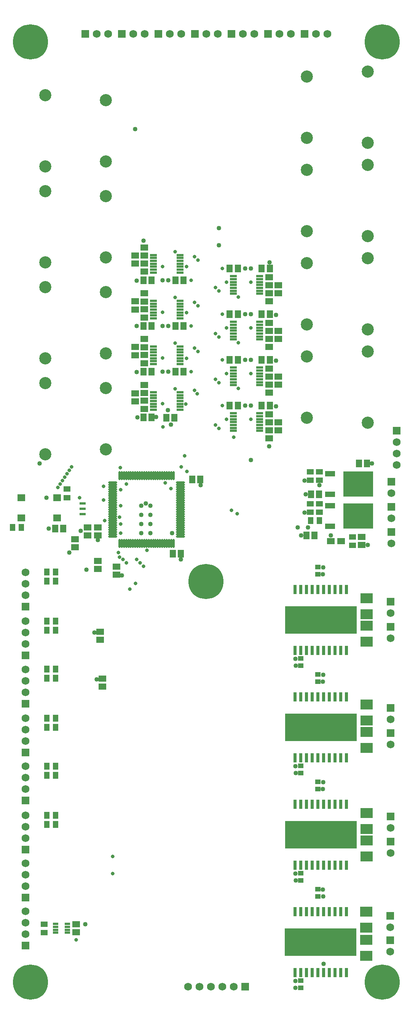
<source format=gts>
G04*
G04 #@! TF.GenerationSoftware,Altium Limited,Altium Designer,19.0.14 (431)*
G04*
G04 Layer_Color=8388736*
%FSLAX25Y25*%
%MOIN*%
G70*
G01*
G75*
%ADD20R,0.06312X0.02178*%
%ADD21R,0.04737X0.04343*%
%ADD22R,0.05328X0.06509*%
%ADD23R,0.04934X0.06312*%
%ADD24R,0.06902X0.05918*%
%ADD25R,0.26391X0.22453*%
%ADD26R,0.09068X0.04540*%
%ADD27R,0.05131X0.02375*%
%ADD28R,0.05524X0.02375*%
%ADD29R,0.10642X0.08674*%
%ADD30R,0.63000X0.24400*%
%ADD31R,0.02500X0.08300*%
%ADD32R,0.06800X0.05800*%
%ADD33R,0.06312X0.04934*%
%ADD34R,0.06509X0.05328*%
%ADD35O,0.01981X0.07887*%
%ADD36O,0.07887X0.01981*%
%ADD37C,0.06800*%
%ADD38R,0.06800X0.06800*%
%ADD39R,0.06800X0.06800*%
%ADD40C,0.30800*%
%ADD41C,0.10642*%
%ADD42C,0.04000*%
%ADD43C,0.03300*%
D20*
X151909Y537260D02*
D03*
Y534701D02*
D03*
Y532142D02*
D03*
Y529583D02*
D03*
Y527024D02*
D03*
Y524465D02*
D03*
Y521906D02*
D03*
X128681Y521906D02*
D03*
Y524465D02*
D03*
Y527024D02*
D03*
Y529583D02*
D03*
Y532142D02*
D03*
Y534701D02*
D03*
Y537260D02*
D03*
Y577260D02*
D03*
Y574701D02*
D03*
Y572142D02*
D03*
Y569583D02*
D03*
Y567024D02*
D03*
Y564465D02*
D03*
Y561905D02*
D03*
X151909Y561905D02*
D03*
Y564465D02*
D03*
Y567024D02*
D03*
Y569583D02*
D03*
Y572142D02*
D03*
Y574701D02*
D03*
Y577260D02*
D03*
Y617260D02*
D03*
Y614701D02*
D03*
Y612142D02*
D03*
Y609583D02*
D03*
Y607024D02*
D03*
Y604465D02*
D03*
Y601905D02*
D03*
X128681Y601905D02*
D03*
Y604465D02*
D03*
Y607024D02*
D03*
Y609583D02*
D03*
Y612142D02*
D03*
Y614701D02*
D03*
Y617260D02*
D03*
Y657382D02*
D03*
Y654823D02*
D03*
Y652264D02*
D03*
Y649705D02*
D03*
Y647146D02*
D03*
Y644587D02*
D03*
Y642028D02*
D03*
X151909Y642028D02*
D03*
Y644587D02*
D03*
Y647146D02*
D03*
Y649705D02*
D03*
Y652264D02*
D03*
Y654823D02*
D03*
Y657382D02*
D03*
X198468Y623457D02*
D03*
Y626016D02*
D03*
Y628575D02*
D03*
Y631134D02*
D03*
Y633693D02*
D03*
Y636252D02*
D03*
Y638811D02*
D03*
X221697Y638811D02*
D03*
Y636252D02*
D03*
Y633693D02*
D03*
Y631134D02*
D03*
Y628575D02*
D03*
Y626016D02*
D03*
Y623457D02*
D03*
Y583457D02*
D03*
Y586016D02*
D03*
Y588575D02*
D03*
Y591134D02*
D03*
Y593693D02*
D03*
Y596252D02*
D03*
Y598811D02*
D03*
X198468Y598811D02*
D03*
Y596252D02*
D03*
Y593693D02*
D03*
Y591134D02*
D03*
Y588575D02*
D03*
Y586016D02*
D03*
Y583457D02*
D03*
Y543457D02*
D03*
Y546016D02*
D03*
Y548575D02*
D03*
Y551134D02*
D03*
Y553693D02*
D03*
Y556252D02*
D03*
Y558811D02*
D03*
X221697Y558811D02*
D03*
Y556252D02*
D03*
Y553693D02*
D03*
Y551134D02*
D03*
Y548575D02*
D03*
Y546016D02*
D03*
Y543457D02*
D03*
Y503457D02*
D03*
Y506016D02*
D03*
Y508575D02*
D03*
Y511134D02*
D03*
Y513693D02*
D03*
Y516252D02*
D03*
Y518811D02*
D03*
X198468Y518811D02*
D03*
Y516252D02*
D03*
Y513693D02*
D03*
Y511134D02*
D03*
Y508575D02*
D03*
Y506016D02*
D03*
Y503457D02*
D03*
D21*
X257500Y22150D02*
D03*
Y15850D02*
D03*
X272600Y377850D02*
D03*
Y384150D02*
D03*
X257600Y297850D02*
D03*
Y304150D02*
D03*
X272600Y290150D02*
D03*
Y283850D02*
D03*
X257600Y203850D02*
D03*
Y210150D02*
D03*
X272600Y196150D02*
D03*
Y189850D02*
D03*
X257600Y109850D02*
D03*
Y116150D02*
D03*
X272500Y102150D02*
D03*
Y95850D02*
D03*
D22*
X162457Y461000D02*
D03*
X169543D02*
D03*
X49543Y418000D02*
D03*
X42457D02*
D03*
X230429Y565457D02*
D03*
X223342D02*
D03*
X230429Y525457D02*
D03*
X223342D02*
D03*
X195343Y565457D02*
D03*
X202429D02*
D03*
X230429Y605457D02*
D03*
X223342D02*
D03*
X195343Y605457D02*
D03*
X202429D02*
D03*
X155035Y595260D02*
D03*
X147949D02*
D03*
X119949Y595260D02*
D03*
X127035D02*
D03*
X155035Y555260D02*
D03*
X147949D02*
D03*
X119949Y555260D02*
D03*
X127035D02*
D03*
X195343Y525528D02*
D03*
X202429D02*
D03*
X155035Y635382D02*
D03*
X147949D02*
D03*
X230429Y645457D02*
D03*
X223342D02*
D03*
X195343Y645457D02*
D03*
X202429D02*
D03*
X119949Y635382D02*
D03*
X127035D02*
D03*
X147043Y515000D02*
D03*
X139957D02*
D03*
X119949Y515260D02*
D03*
X127035D02*
D03*
X152543Y396000D02*
D03*
X145457D02*
D03*
X266457Y448024D02*
D03*
X273543D02*
D03*
X262457Y411957D02*
D03*
X269543D02*
D03*
X315543Y475000D02*
D03*
X308457D02*
D03*
D23*
X12740Y419000D02*
D03*
X5260D02*
D03*
X273740Y425000D02*
D03*
X266260D02*
D03*
X42740Y380000D02*
D03*
X35260D02*
D03*
X42740Y372000D02*
D03*
X35260D02*
D03*
X42740Y337000D02*
D03*
X35260D02*
D03*
X42740Y329000D02*
D03*
X35260D02*
D03*
X42740Y295000D02*
D03*
X35260D02*
D03*
Y287000D02*
D03*
X42740D02*
D03*
Y252000D02*
D03*
X35260D02*
D03*
X42740Y244000D02*
D03*
X35260D02*
D03*
X42740Y210000D02*
D03*
X35260D02*
D03*
X42740Y202000D02*
D03*
X35260D02*
D03*
X42740Y167000D02*
D03*
X35260D02*
D03*
X42740Y159000D02*
D03*
X35260D02*
D03*
D24*
X44248Y427142D02*
D03*
X12752D02*
D03*
X44248Y444858D02*
D03*
X12752D02*
D03*
D25*
X308071Y429000D02*
D03*
Y457000D02*
D03*
D26*
X283268Y420024D02*
D03*
Y437976D02*
D03*
Y448024D02*
D03*
Y465976D02*
D03*
D27*
X42882Y71839D02*
D03*
Y69279D02*
D03*
Y66720D02*
D03*
Y64161D02*
D03*
X53118Y71839D02*
D03*
Y69279D02*
D03*
Y66720D02*
D03*
Y64161D02*
D03*
D28*
X66602Y430626D02*
D03*
Y435350D02*
D03*
Y440075D02*
D03*
D29*
X315000Y44024D02*
D03*
Y58000D02*
D03*
X315124Y357000D02*
D03*
Y343024D02*
D03*
Y333000D02*
D03*
Y319024D02*
D03*
X315100Y263976D02*
D03*
Y250000D02*
D03*
Y226024D02*
D03*
Y240000D02*
D03*
Y168976D02*
D03*
Y155000D02*
D03*
Y145000D02*
D03*
Y131024D02*
D03*
X315024Y82476D02*
D03*
Y68500D02*
D03*
D30*
X275000Y56000D02*
D03*
X275100Y338000D02*
D03*
Y244000D02*
D03*
Y150000D02*
D03*
D31*
X297500Y29400D02*
D03*
X292500D02*
D03*
X287500D02*
D03*
X282500D02*
D03*
X277500D02*
D03*
X272500D02*
D03*
X267500D02*
D03*
X262500D02*
D03*
X257500D02*
D03*
X252500D02*
D03*
Y82600D02*
D03*
X257500D02*
D03*
X262500D02*
D03*
X267500D02*
D03*
X272500D02*
D03*
X277500D02*
D03*
X282500D02*
D03*
X287500D02*
D03*
X292500D02*
D03*
X297500D02*
D03*
X297600Y364600D02*
D03*
X292600D02*
D03*
X287600D02*
D03*
X282600D02*
D03*
X277600D02*
D03*
X272600D02*
D03*
X267600D02*
D03*
X262600D02*
D03*
X257600D02*
D03*
X252600D02*
D03*
Y311400D02*
D03*
X257600D02*
D03*
X262600D02*
D03*
X267600D02*
D03*
X272600D02*
D03*
X277600D02*
D03*
X282600D02*
D03*
X287600D02*
D03*
X292600D02*
D03*
X297600D02*
D03*
Y270600D02*
D03*
X292600D02*
D03*
X287600D02*
D03*
X282600D02*
D03*
X277600D02*
D03*
X272600D02*
D03*
X267600D02*
D03*
X262600D02*
D03*
X257600D02*
D03*
X252600D02*
D03*
Y217400D02*
D03*
X257600D02*
D03*
X262600D02*
D03*
X267600D02*
D03*
X272600D02*
D03*
X277600D02*
D03*
X282600D02*
D03*
X287600D02*
D03*
X292600D02*
D03*
X297600D02*
D03*
Y176600D02*
D03*
X292600D02*
D03*
X287600D02*
D03*
X282600D02*
D03*
X277600D02*
D03*
X272600D02*
D03*
X267600D02*
D03*
X262600D02*
D03*
X257600D02*
D03*
X252600D02*
D03*
Y123400D02*
D03*
X257600D02*
D03*
X262600D02*
D03*
X267600D02*
D03*
X272600D02*
D03*
X277600D02*
D03*
X282600D02*
D03*
X287600D02*
D03*
X292600D02*
D03*
X297600D02*
D03*
D32*
X284000Y407000D02*
D03*
X293000D02*
D03*
D33*
X303000Y403260D02*
D03*
Y410740D02*
D03*
X274000Y460260D02*
D03*
Y467740D02*
D03*
X266000Y467740D02*
D03*
Y460260D02*
D03*
X274000Y432260D02*
D03*
Y439740D02*
D03*
X266000Y439740D02*
D03*
Y432260D02*
D03*
X33000Y64260D02*
D03*
Y71740D02*
D03*
X53000Y445000D02*
D03*
Y452480D02*
D03*
D34*
X80000Y382457D02*
D03*
Y389543D02*
D03*
X60000Y408543D02*
D03*
Y401457D02*
D03*
X82000Y320457D02*
D03*
Y327543D02*
D03*
X84000Y279457D02*
D03*
Y286543D02*
D03*
X96099Y384543D02*
D03*
Y377457D02*
D03*
X237777Y551000D02*
D03*
Y543913D02*
D03*
X229874Y558000D02*
D03*
Y550913D02*
D03*
X229874Y536913D02*
D03*
Y544000D02*
D03*
X237821Y591000D02*
D03*
Y583913D02*
D03*
X229874Y576913D02*
D03*
Y584000D02*
D03*
X229874Y598000D02*
D03*
Y590913D02*
D03*
X120492Y602717D02*
D03*
Y609803D02*
D03*
X112492Y609717D02*
D03*
Y616803D02*
D03*
X120492Y623803D02*
D03*
Y616717D02*
D03*
Y583803D02*
D03*
Y576717D02*
D03*
X120492Y562717D02*
D03*
Y569803D02*
D03*
X112557Y569717D02*
D03*
Y576803D02*
D03*
X237886Y631000D02*
D03*
Y623913D02*
D03*
X229929Y616913D02*
D03*
Y624000D02*
D03*
X229874Y638000D02*
D03*
Y630913D02*
D03*
X120504Y642839D02*
D03*
Y649925D02*
D03*
X112492Y649839D02*
D03*
Y656925D02*
D03*
X120504Y663925D02*
D03*
Y656839D02*
D03*
X120492Y543563D02*
D03*
Y536476D02*
D03*
X112492Y529260D02*
D03*
Y536346D02*
D03*
X120492Y522717D02*
D03*
Y529803D02*
D03*
X229929Y518000D02*
D03*
Y510913D02*
D03*
X237886Y511000D02*
D03*
Y503913D02*
D03*
X229874Y496913D02*
D03*
Y504000D02*
D03*
X311000Y403457D02*
D03*
Y410543D02*
D03*
X61000Y64457D02*
D03*
Y71543D02*
D03*
X80000Y419043D02*
D03*
Y411957D02*
D03*
X71000Y419043D02*
D03*
Y411957D02*
D03*
D35*
X98878Y464335D02*
D03*
X100847D02*
D03*
X102815D02*
D03*
X104783D02*
D03*
X106752D02*
D03*
X108721D02*
D03*
X110689D02*
D03*
X112657D02*
D03*
X114626D02*
D03*
X116595D02*
D03*
X118563D02*
D03*
X120531D02*
D03*
X122500D02*
D03*
X124469D02*
D03*
X126437D02*
D03*
X128405D02*
D03*
X130374D02*
D03*
X132343D02*
D03*
X134311D02*
D03*
X136279D02*
D03*
X138248D02*
D03*
X140217D02*
D03*
X142185D02*
D03*
X144153D02*
D03*
X146122D02*
D03*
Y404886D02*
D03*
X144153D02*
D03*
X142185D02*
D03*
X140217D02*
D03*
X138248D02*
D03*
X136279D02*
D03*
X134311D02*
D03*
X132343D02*
D03*
X130374D02*
D03*
X128405D02*
D03*
X126437D02*
D03*
X124469D02*
D03*
X122500D02*
D03*
X120531D02*
D03*
X118563D02*
D03*
X116595D02*
D03*
X114626D02*
D03*
X112657D02*
D03*
X110689D02*
D03*
X108721D02*
D03*
X106752D02*
D03*
X104783D02*
D03*
X102815D02*
D03*
X100847D02*
D03*
X98878D02*
D03*
D36*
X152224Y458232D02*
D03*
Y456264D02*
D03*
Y454295D02*
D03*
Y452327D02*
D03*
Y450358D02*
D03*
Y448390D02*
D03*
Y446421D02*
D03*
Y444453D02*
D03*
Y442484D02*
D03*
Y440516D02*
D03*
Y438547D02*
D03*
Y436579D02*
D03*
Y434610D02*
D03*
Y432642D02*
D03*
Y430673D02*
D03*
Y428705D02*
D03*
Y426736D02*
D03*
Y424768D02*
D03*
Y422799D02*
D03*
Y420831D02*
D03*
Y418862D02*
D03*
Y416894D02*
D03*
Y414925D02*
D03*
Y412957D02*
D03*
Y410988D02*
D03*
X92776D02*
D03*
Y412957D02*
D03*
Y414925D02*
D03*
Y416894D02*
D03*
Y418862D02*
D03*
Y420831D02*
D03*
Y422799D02*
D03*
Y424768D02*
D03*
Y426736D02*
D03*
Y428705D02*
D03*
Y430673D02*
D03*
Y432642D02*
D03*
Y434610D02*
D03*
Y436579D02*
D03*
Y438547D02*
D03*
Y440516D02*
D03*
Y442484D02*
D03*
Y444453D02*
D03*
Y446421D02*
D03*
Y448390D02*
D03*
Y450358D02*
D03*
Y452327D02*
D03*
Y454295D02*
D03*
Y456264D02*
D03*
Y458232D02*
D03*
D37*
X89000Y851000D02*
D03*
X79000D02*
D03*
X111000D02*
D03*
X121000D02*
D03*
X153000D02*
D03*
X143000D02*
D03*
X207000D02*
D03*
X217000D02*
D03*
X185000D02*
D03*
X175000D02*
D03*
X239000D02*
D03*
X249000D02*
D03*
X281000D02*
D03*
X271000D02*
D03*
X341500Y473500D02*
D03*
Y483500D02*
D03*
Y493500D02*
D03*
X16500Y359500D02*
D03*
Y369500D02*
D03*
Y379500D02*
D03*
X336100Y344000D02*
D03*
X337000Y449000D02*
D03*
X159000Y17000D02*
D03*
X169000D02*
D03*
X199000D02*
D03*
X189000D02*
D03*
X179000D02*
D03*
X16500Y63000D02*
D03*
Y73000D02*
D03*
Y83000D02*
D03*
Y105000D02*
D03*
Y115000D02*
D03*
Y125000D02*
D03*
X337000Y427000D02*
D03*
Y404913D02*
D03*
X336100Y322000D02*
D03*
Y251000D02*
D03*
Y229000D02*
D03*
Y156000D02*
D03*
Y134000D02*
D03*
X336000Y69000D02*
D03*
Y47500D02*
D03*
X16500Y337000D02*
D03*
Y327000D02*
D03*
Y317000D02*
D03*
Y294500D02*
D03*
Y284500D02*
D03*
Y274500D02*
D03*
Y252000D02*
D03*
Y242000D02*
D03*
Y232000D02*
D03*
Y210000D02*
D03*
Y200000D02*
D03*
Y190000D02*
D03*
Y167000D02*
D03*
Y157000D02*
D03*
Y147000D02*
D03*
D38*
X69000Y851000D02*
D03*
X101000D02*
D03*
X133000D02*
D03*
X197000D02*
D03*
X165000D02*
D03*
X229000D02*
D03*
X261000D02*
D03*
X209000Y17000D02*
D03*
D39*
X341500Y503500D02*
D03*
X16500Y349500D02*
D03*
X336100Y354000D02*
D03*
X337000Y459000D02*
D03*
X16500Y53000D02*
D03*
Y95000D02*
D03*
X337000Y437000D02*
D03*
Y414913D02*
D03*
X336100Y332000D02*
D03*
Y261000D02*
D03*
Y239000D02*
D03*
Y166000D02*
D03*
Y144000D02*
D03*
X336000Y79000D02*
D03*
Y57500D02*
D03*
X16500Y307000D02*
D03*
Y264500D02*
D03*
Y222000D02*
D03*
Y180000D02*
D03*
Y137000D02*
D03*
D40*
X174500Y371500D02*
D03*
X21000Y844000D02*
D03*
X329000D02*
D03*
Y21000D02*
D03*
X21000D02*
D03*
D41*
X316150Y510669D02*
D03*
Y572874D02*
D03*
X263000Y568543D02*
D03*
Y515000D02*
D03*
X33850Y545205D02*
D03*
Y483000D02*
D03*
X87000Y487331D02*
D03*
Y540874D02*
D03*
Y624874D02*
D03*
Y571331D02*
D03*
X33850Y567000D02*
D03*
Y629205D02*
D03*
Y713205D02*
D03*
Y651000D02*
D03*
X87000Y655331D02*
D03*
Y708874D02*
D03*
Y792874D02*
D03*
Y739331D02*
D03*
X33850Y735000D02*
D03*
Y797205D02*
D03*
X316150Y755669D02*
D03*
Y817874D02*
D03*
X263000Y813543D02*
D03*
Y760000D02*
D03*
Y678228D02*
D03*
Y731772D02*
D03*
X316150Y736102D02*
D03*
Y673898D02*
D03*
Y592354D02*
D03*
Y654559D02*
D03*
X263000Y650228D02*
D03*
Y596685D02*
D03*
D42*
X77000Y327000D02*
D03*
X277500Y37000D02*
D03*
X69000Y71740D02*
D03*
X112500Y767500D02*
D03*
X122000Y440000D02*
D03*
X145000Y414000D02*
D03*
X118000Y438000D02*
D03*
Y414000D02*
D03*
X126000Y438000D02*
D03*
Y430000D02*
D03*
Y422000D02*
D03*
Y414000D02*
D03*
X118000Y422000D02*
D03*
Y430000D02*
D03*
X213886Y478000D02*
D03*
X230000Y490000D02*
D03*
X236000Y525000D02*
D03*
Y565000D02*
D03*
Y605000D02*
D03*
X230152Y651000D02*
D03*
X120000Y670000D02*
D03*
X114000Y635000D02*
D03*
Y595260D02*
D03*
Y555000D02*
D03*
X29000Y475000D02*
D03*
X35000Y444858D02*
D03*
X186000Y681000D02*
D03*
Y666000D02*
D03*
X136492Y555260D02*
D03*
Y595260D02*
D03*
X136492Y635260D02*
D03*
X213886Y645457D02*
D03*
Y605457D02*
D03*
Y565457D02*
D03*
X213886Y525457D02*
D03*
X141121Y521452D02*
D03*
X141492Y555260D02*
D03*
Y595260D02*
D03*
Y635260D02*
D03*
X208886Y645457D02*
D03*
Y605457D02*
D03*
Y565457D02*
D03*
Y525457D02*
D03*
X255000Y419000D02*
D03*
X264000D02*
D03*
X37000Y418000D02*
D03*
X55000Y397000D02*
D03*
X70000Y382000D02*
D03*
X101000Y377000D02*
D03*
X79000Y286000D02*
D03*
X65000Y416000D02*
D03*
X80000Y407776D02*
D03*
X253000Y22000D02*
D03*
X292500Y47000D02*
D03*
X114492Y515260D02*
D03*
X131000Y515531D02*
D03*
X170000Y456000D02*
D03*
X253000Y116000D02*
D03*
Y210000D02*
D03*
Y304000D02*
D03*
X274000Y456000D02*
D03*
X277100Y96000D02*
D03*
X277000Y190000D02*
D03*
Y284000D02*
D03*
Y378000D02*
D03*
X152543Y391000D02*
D03*
X316150Y403500D02*
D03*
X320000Y475000D02*
D03*
X261000Y460000D02*
D03*
X262000Y447957D02*
D03*
X258000Y412000D02*
D03*
X261000Y432000D02*
D03*
X284000Y412000D02*
D03*
X253000Y16000D02*
D03*
X253100Y110000D02*
D03*
Y204000D02*
D03*
Y298000D02*
D03*
X277000Y102000D02*
D03*
X277100Y196000D02*
D03*
Y290000D02*
D03*
Y384000D02*
D03*
X280000Y65000D02*
D03*
Y56000D02*
D03*
Y47000D02*
D03*
X265000D02*
D03*
Y56000D02*
D03*
Y65000D02*
D03*
X252500Y56000D02*
D03*
X292500D02*
D03*
Y65000D02*
D03*
X252500Y47000D02*
D03*
Y65000D02*
D03*
X265100Y159000D02*
D03*
Y150000D02*
D03*
Y141000D02*
D03*
X280100D02*
D03*
Y150000D02*
D03*
Y159000D02*
D03*
X292600Y150000D02*
D03*
Y159000D02*
D03*
Y141000D02*
D03*
X252600D02*
D03*
Y150000D02*
D03*
Y159000D02*
D03*
X280100Y253000D02*
D03*
Y244000D02*
D03*
Y235000D02*
D03*
X265100D02*
D03*
Y244000D02*
D03*
Y253000D02*
D03*
X292600Y235000D02*
D03*
Y244000D02*
D03*
Y253000D02*
D03*
X252600Y244000D02*
D03*
Y235000D02*
D03*
Y253000D02*
D03*
X280100Y347000D02*
D03*
X265100D02*
D03*
X280100Y329000D02*
D03*
X265100D02*
D03*
X280100Y338000D02*
D03*
X265100D02*
D03*
X292600D02*
D03*
Y347000D02*
D03*
Y329000D02*
D03*
X252600Y338000D02*
D03*
Y329000D02*
D03*
Y347000D02*
D03*
X144043Y509000D02*
D03*
D43*
X61000Y58000D02*
D03*
X197000Y434000D02*
D03*
X202000Y431000D02*
D03*
X199000Y498000D02*
D03*
X99600Y471200D02*
D03*
X84900Y442900D02*
D03*
X157000Y527024D02*
D03*
X157500Y567024D02*
D03*
Y607024D02*
D03*
Y647146D02*
D03*
X192500Y633693D02*
D03*
Y593693D02*
D03*
Y553693D02*
D03*
Y513693D02*
D03*
X186000Y626016D02*
D03*
X183000Y628766D02*
D03*
X213886Y633457D02*
D03*
Y593457D02*
D03*
X186000Y585457D02*
D03*
X183000Y588457D02*
D03*
X186000Y545457D02*
D03*
X183000Y548457D02*
D03*
X213886Y553457D02*
D03*
Y513457D02*
D03*
X186000Y505457D02*
D03*
X183000Y508457D02*
D03*
X164520Y655780D02*
D03*
X167563Y652779D02*
D03*
X164520Y615779D02*
D03*
X167563Y612780D02*
D03*
Y572780D02*
D03*
X164563Y575779D02*
D03*
Y539000D02*
D03*
X167000Y536000D02*
D03*
X85000Y455000D02*
D03*
X156000Y481457D02*
D03*
X108003Y365000D02*
D03*
X153000Y472000D02*
D03*
X113000Y370000D02*
D03*
X100000Y422000D02*
D03*
X137000Y507000D02*
D03*
X158000Y468000D02*
D03*
X139000Y458000D02*
D03*
X105000Y457000D02*
D03*
X100000Y414000D02*
D03*
Y438000D02*
D03*
Y452000D02*
D03*
X144000Y453000D02*
D03*
X86000Y425000D02*
D03*
X136492Y647260D02*
D03*
Y607260D02*
D03*
Y567260D02*
D03*
Y527260D02*
D03*
X119949Y385000D02*
D03*
X117000Y388000D02*
D03*
X123000Y399000D02*
D03*
X114000Y391000D02*
D03*
X98000Y397000D02*
D03*
X102000Y391000D02*
D03*
X99000Y393000D02*
D03*
X105000Y388000D02*
D03*
X64000Y444929D02*
D03*
X49000Y460000D02*
D03*
X47000Y457000D02*
D03*
X99000Y428000D02*
D03*
X45000Y454000D02*
D03*
X57000Y472000D02*
D03*
X55000Y469000D02*
D03*
X53000Y466000D02*
D03*
X51000Y463000D02*
D03*
X93000Y131000D02*
D03*
Y116031D02*
D03*
X161492Y595260D02*
D03*
Y635382D02*
D03*
X202886Y540457D02*
D03*
Y580457D02*
D03*
Y620457D02*
D03*
X147492Y660260D02*
D03*
Y620260D02*
D03*
Y580260D02*
D03*
Y540260D02*
D03*
X188886Y525528D02*
D03*
Y565457D02*
D03*
Y605457D02*
D03*
Y645457D02*
D03*
X161492Y555260D02*
D03*
M02*

</source>
